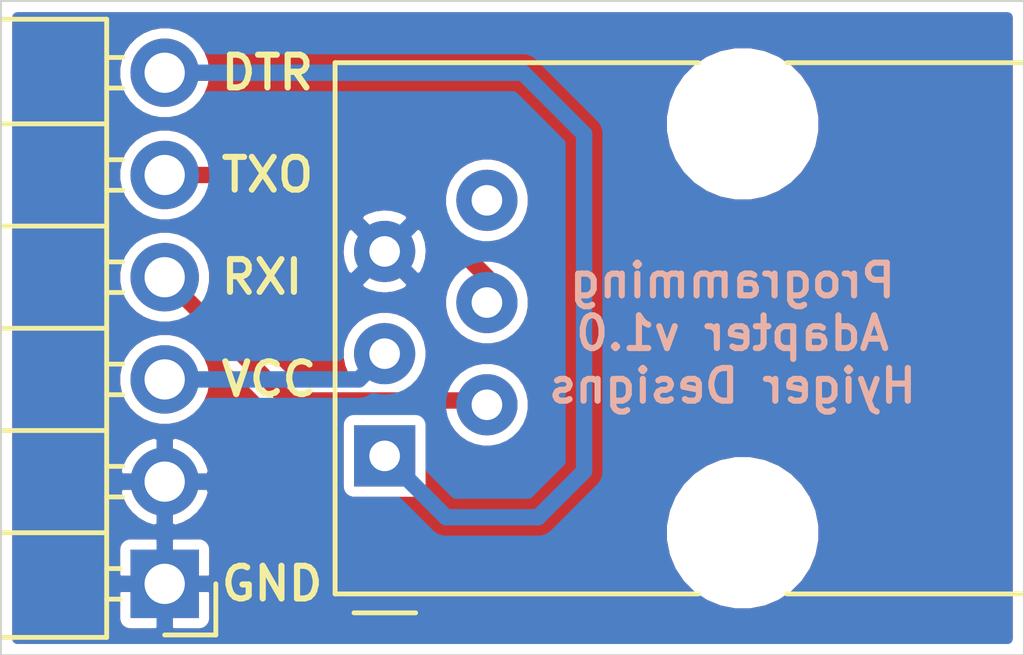
<source format=kicad_pcb>
(kicad_pcb (version 20171130) (host pcbnew "(5.1.12)-1")

  (general
    (thickness 1.6)
    (drawings 10)
    (tracks 14)
    (zones 0)
    (modules 2)
    (nets 7)
  )

  (page A4)
  (layers
    (0 F.Cu signal hide)
    (31 B.Cu signal)
    (36 B.SilkS user)
    (37 F.SilkS user)
    (38 B.Mask user hide)
    (39 F.Mask user hide)
    (44 Edge.Cuts user)
    (45 Margin user)
    (46 B.CrtYd user)
    (47 F.CrtYd user hide)
  )

  (setup
    (last_trace_width 0.25)
    (user_trace_width 0.4064)
    (trace_clearance 0.2)
    (zone_clearance 0.254)
    (zone_45_only no)
    (trace_min 0.2)
    (via_size 0.8)
    (via_drill 0.4)
    (via_min_size 0.4)
    (via_min_drill 0.3)
    (user_via 0.8128 0.4064)
    (uvia_size 0.3)
    (uvia_drill 0.1)
    (uvias_allowed no)
    (uvia_min_size 0.2)
    (uvia_min_drill 0.1)
    (edge_width 0.05)
    (segment_width 0.2)
    (pcb_text_width 0.3)
    (pcb_text_size 1.5 1.5)
    (mod_edge_width 0.12)
    (mod_text_size 1 1)
    (mod_text_width 0.15)
    (pad_size 1.524 1.524)
    (pad_drill 0.762)
    (pad_to_mask_clearance 0)
    (aux_axis_origin 0 0)
    (visible_elements 7FFFFFFF)
    (pcbplotparams
      (layerselection 0x010fc_ffffffff)
      (usegerberextensions false)
      (usegerberattributes true)
      (usegerberadvancedattributes true)
      (creategerberjobfile true)
      (excludeedgelayer true)
      (linewidth 0.100000)
      (plotframeref false)
      (viasonmask false)
      (mode 1)
      (useauxorigin false)
      (hpglpennumber 1)
      (hpglpenspeed 20)
      (hpglpendiameter 15.000000)
      (psnegative false)
      (psa4output false)
      (plotreference true)
      (plotvalue true)
      (plotinvisibletext false)
      (padsonsilk false)
      (subtractmaskfromsilk false)
      (outputformat 1)
      (mirror false)
      (drillshape 1)
      (scaleselection 1)
      (outputdirectory ""))
  )

  (net 0 "")
  (net 1 /DTR)
  (net 2 /TXO)
  (net 3 /RXI)
  (net 4 VCC)
  (net 5 GND)
  (net 6 "Net-(J2-Pad6)")

  (net_class Default "This is the default net class."
    (clearance 0.2)
    (trace_width 0.25)
    (via_dia 0.8)
    (via_drill 0.4)
    (uvia_dia 0.3)
    (uvia_drill 0.1)
    (add_net /DTR)
    (add_net /RXI)
    (add_net /TXO)
    (add_net GND)
    (add_net "Net-(J2-Pad6)")
    (add_net VCC)
  )

  (module Connector_RJ:RJ12_Amphenol_54601 (layer F.Cu) (tedit 5AE2E32D) (tstamp 619BFE6E)
    (at 170.434 81.026 90)
    (descr "RJ12 connector  https://cdn.amphenol-icc.com/media/wysiwyg/files/drawing/c-bmj-0082.pdf")
    (tags "RJ12 connector")
    (path /619B111F)
    (fp_text reference J2 (at -1.67 -2.16 90) (layer F.SilkS) hide
      (effects (font (size 1 1) (thickness 0.15)))
    )
    (fp_text value 6P6C (at 3.54 18.3 90) (layer F.Fab)
      (effects (font (size 1 1) (thickness 0.15)))
    )
    (fp_line (start -3.43 -0.48) (end -3.43 -1.23) (layer F.Fab) (width 0.1))
    (fp_line (start -2.93 0.02) (end -3.43 -0.48) (layer F.Fab) (width 0.1))
    (fp_line (start -3.43 0.52) (end -2.93 0.02) (layer F.Fab) (width 0.1))
    (fp_line (start -3.9 0.77) (end -3.9 -0.76) (layer F.SilkS) (width 0.12))
    (fp_line (start -3.43 7.79) (end -3.43 -1.23) (layer F.SilkS) (width 0.12))
    (fp_line (start -3.43 7.72) (end -3.43 7.79) (layer F.SilkS) (width 0.1))
    (fp_line (start -3.43 16.77) (end -3.43 9.99) (layer F.SilkS) (width 0.12))
    (fp_line (start 9.77 16.77) (end -3.43 16.77) (layer F.SilkS) (width 0.12))
    (fp_line (start 9.77 16.76) (end 9.77 16.77) (layer F.SilkS) (width 0.1))
    (fp_line (start 9.77 16.77) (end 9.77 9.99) (layer F.SilkS) (width 0.12))
    (fp_line (start 9.77 16.65) (end 9.77 16.77) (layer F.SilkS) (width 0.1))
    (fp_line (start 9.77 -1.23) (end 9.77 7.79) (layer F.SilkS) (width 0.12))
    (fp_line (start -3.43 -1.23) (end 9.77 -1.23) (layer F.SilkS) (width 0.12))
    (fp_line (start -4.04 17.27) (end -4.04 -1.73) (layer F.CrtYd) (width 0.05))
    (fp_line (start 10.38 17.27) (end -4.04 17.27) (layer F.CrtYd) (width 0.05))
    (fp_line (start 10.38 -1.73) (end 10.38 17.27) (layer F.CrtYd) (width 0.05))
    (fp_line (start -4.04 -1.73) (end 10.38 -1.73) (layer F.CrtYd) (width 0.05))
    (fp_line (start 9.77 16.77) (end -3.43 16.77) (layer F.Fab) (width 0.1))
    (fp_line (start 9.77 -1.23) (end 9.77 16.77) (layer F.Fab) (width 0.1))
    (fp_line (start -3.43 -1.23) (end 9.77 -1.23) (layer F.Fab) (width 0.1))
    (fp_line (start -3.43 16.77) (end -3.43 0.52) (layer F.Fab) (width 0.1))
    (fp_text user %R (at 3.16 7.76 90) (layer F.Fab)
      (effects (font (size 1 1) (thickness 0.15)))
    )
    (pad 1 thru_hole rect (at 0 0 90) (size 1.52 1.52) (drill 0.76) (layers *.Cu *.Mask)
      (net 1 /DTR))
    (pad "" np_thru_hole circle (at -1.91 8.89 90) (size 3.25 3.25) (drill 3.25) (layers *.Cu *.Mask))
    (pad 2 thru_hole circle (at 1.27 2.54 90) (size 1.52 1.52) (drill 0.76) (layers *.Cu *.Mask)
      (net 3 /RXI))
    (pad 3 thru_hole circle (at 2.54 0 90) (size 1.52 1.52) (drill 0.76) (layers *.Cu *.Mask)
      (net 4 VCC))
    (pad 4 thru_hole circle (at 3.81 2.54 90) (size 1.52 1.52) (drill 0.76) (layers *.Cu *.Mask)
      (net 2 /TXO))
    (pad 5 thru_hole circle (at 5.08 0 90) (size 1.52 1.52) (drill 0.76) (layers *.Cu *.Mask)
      (net 5 GND))
    (pad 6 thru_hole circle (at 6.35 2.54 90) (size 1.52 1.52) (drill 0.76) (layers *.Cu *.Mask)
      (net 6 "Net-(J2-Pad6)"))
    (pad "" np_thru_hole circle (at 8.25 8.89 90) (size 3.25 3.25) (drill 3.25) (layers *.Cu *.Mask))
    (model ${KISYS3DMOD}/Connector_RJ.3dshapes/RJ12_Amphenol_54601.wrl
      (at (xyz 0 0 0))
      (scale (xyz 1 1 1))
      (rotate (xyz 0 0 0))
    )
    (model C:/Users/richa/gitrepo/Celestron-Ethernet/54601906wplf.stp
      (offset (xyz 3.175 -16.764 0))
      (scale (xyz 1 1 1))
      (rotate (xyz -90 0 0))
    )
  )

  (module Connector_PinHeader_2.54mm:PinHeader_1x06_P2.54mm_Horizontal (layer F.Cu) (tedit 59FED5CB) (tstamp 619BFE4C)
    (at 164.973 84.206 180)
    (descr "Through hole angled pin header, 1x06, 2.54mm pitch, 6mm pin length, single row")
    (tags "Through hole angled pin header THT 1x06 2.54mm single row")
    (path /61AF9A7D)
    (fp_text reference J1 (at 4.385 -2.27) (layer F.SilkS) hide
      (effects (font (size 1 1) (thickness 0.15)))
    )
    (fp_text value FTDI (at 4.385 14.97) (layer F.Fab)
      (effects (font (size 1 1) (thickness 0.15)))
    )
    (fp_line (start 2.135 -1.27) (end 4.04 -1.27) (layer F.Fab) (width 0.1))
    (fp_line (start 4.04 -1.27) (end 4.04 13.97) (layer F.Fab) (width 0.1))
    (fp_line (start 4.04 13.97) (end 1.5 13.97) (layer F.Fab) (width 0.1))
    (fp_line (start 1.5 13.97) (end 1.5 -0.635) (layer F.Fab) (width 0.1))
    (fp_line (start 1.5 -0.635) (end 2.135 -1.27) (layer F.Fab) (width 0.1))
    (fp_line (start -0.32 -0.32) (end 1.5 -0.32) (layer F.Fab) (width 0.1))
    (fp_line (start -0.32 -0.32) (end -0.32 0.32) (layer F.Fab) (width 0.1))
    (fp_line (start -0.32 0.32) (end 1.5 0.32) (layer F.Fab) (width 0.1))
    (fp_line (start 4.04 -0.32) (end 10.04 -0.32) (layer F.Fab) (width 0.1))
    (fp_line (start 10.04 -0.32) (end 10.04 0.32) (layer F.Fab) (width 0.1))
    (fp_line (start 4.04 0.32) (end 10.04 0.32) (layer F.Fab) (width 0.1))
    (fp_line (start -0.32 2.22) (end 1.5 2.22) (layer F.Fab) (width 0.1))
    (fp_line (start -0.32 2.22) (end -0.32 2.86) (layer F.Fab) (width 0.1))
    (fp_line (start -0.32 2.86) (end 1.5 2.86) (layer F.Fab) (width 0.1))
    (fp_line (start 4.04 2.22) (end 10.04 2.22) (layer F.Fab) (width 0.1))
    (fp_line (start 10.04 2.22) (end 10.04 2.86) (layer F.Fab) (width 0.1))
    (fp_line (start 4.04 2.86) (end 10.04 2.86) (layer F.Fab) (width 0.1))
    (fp_line (start -0.32 4.76) (end 1.5 4.76) (layer F.Fab) (width 0.1))
    (fp_line (start -0.32 4.76) (end -0.32 5.4) (layer F.Fab) (width 0.1))
    (fp_line (start -0.32 5.4) (end 1.5 5.4) (layer F.Fab) (width 0.1))
    (fp_line (start 4.04 4.76) (end 10.04 4.76) (layer F.Fab) (width 0.1))
    (fp_line (start 10.04 4.76) (end 10.04 5.4) (layer F.Fab) (width 0.1))
    (fp_line (start 4.04 5.4) (end 10.04 5.4) (layer F.Fab) (width 0.1))
    (fp_line (start -0.32 7.3) (end 1.5 7.3) (layer F.Fab) (width 0.1))
    (fp_line (start -0.32 7.3) (end -0.32 7.94) (layer F.Fab) (width 0.1))
    (fp_line (start -0.32 7.94) (end 1.5 7.94) (layer F.Fab) (width 0.1))
    (fp_line (start 4.04 7.3) (end 10.04 7.3) (layer F.Fab) (width 0.1))
    (fp_line (start 10.04 7.3) (end 10.04 7.94) (layer F.Fab) (width 0.1))
    (fp_line (start 4.04 7.94) (end 10.04 7.94) (layer F.Fab) (width 0.1))
    (fp_line (start -0.32 9.84) (end 1.5 9.84) (layer F.Fab) (width 0.1))
    (fp_line (start -0.32 9.84) (end -0.32 10.48) (layer F.Fab) (width 0.1))
    (fp_line (start -0.32 10.48) (end 1.5 10.48) (layer F.Fab) (width 0.1))
    (fp_line (start 4.04 9.84) (end 10.04 9.84) (layer F.Fab) (width 0.1))
    (fp_line (start 10.04 9.84) (end 10.04 10.48) (layer F.Fab) (width 0.1))
    (fp_line (start 4.04 10.48) (end 10.04 10.48) (layer F.Fab) (width 0.1))
    (fp_line (start -0.32 12.38) (end 1.5 12.38) (layer F.Fab) (width 0.1))
    (fp_line (start -0.32 12.38) (end -0.32 13.02) (layer F.Fab) (width 0.1))
    (fp_line (start -0.32 13.02) (end 1.5 13.02) (layer F.Fab) (width 0.1))
    (fp_line (start 4.04 12.38) (end 10.04 12.38) (layer F.Fab) (width 0.1))
    (fp_line (start 10.04 12.38) (end 10.04 13.02) (layer F.Fab) (width 0.1))
    (fp_line (start 4.04 13.02) (end 10.04 13.02) (layer F.Fab) (width 0.1))
    (fp_line (start 1.44 -1.33) (end 1.44 14.03) (layer F.SilkS) (width 0.12))
    (fp_line (start 1.44 14.03) (end 4.1 14.03) (layer F.SilkS) (width 0.12))
    (fp_line (start 4.1 14.03) (end 4.1 -1.33) (layer F.SilkS) (width 0.12))
    (fp_line (start 4.1 -1.33) (end 1.44 -1.33) (layer F.SilkS) (width 0.12))
    (fp_line (start 4.1 -0.38) (end 10.1 -0.38) (layer F.SilkS) (width 0.12))
    (fp_line (start 10.1 -0.38) (end 10.1 0.38) (layer F.SilkS) (width 0.12))
    (fp_line (start 10.1 0.38) (end 4.1 0.38) (layer F.SilkS) (width 0.12))
    (fp_line (start 4.1 -0.32) (end 10.1 -0.32) (layer F.SilkS) (width 0.12))
    (fp_line (start 4.1 -0.2) (end 10.1 -0.2) (layer F.SilkS) (width 0.12))
    (fp_line (start 4.1 -0.08) (end 10.1 -0.08) (layer F.SilkS) (width 0.12))
    (fp_line (start 4.1 0.04) (end 10.1 0.04) (layer F.SilkS) (width 0.12))
    (fp_line (start 4.1 0.16) (end 10.1 0.16) (layer F.SilkS) (width 0.12))
    (fp_line (start 4.1 0.28) (end 10.1 0.28) (layer F.SilkS) (width 0.12))
    (fp_line (start 1.11 -0.38) (end 1.44 -0.38) (layer F.SilkS) (width 0.12))
    (fp_line (start 1.11 0.38) (end 1.44 0.38) (layer F.SilkS) (width 0.12))
    (fp_line (start 1.44 1.27) (end 4.1 1.27) (layer F.SilkS) (width 0.12))
    (fp_line (start 4.1 2.16) (end 10.1 2.16) (layer F.SilkS) (width 0.12))
    (fp_line (start 10.1 2.16) (end 10.1 2.92) (layer F.SilkS) (width 0.12))
    (fp_line (start 10.1 2.92) (end 4.1 2.92) (layer F.SilkS) (width 0.12))
    (fp_line (start 1.042929 2.16) (end 1.44 2.16) (layer F.SilkS) (width 0.12))
    (fp_line (start 1.042929 2.92) (end 1.44 2.92) (layer F.SilkS) (width 0.12))
    (fp_line (start 1.44 3.81) (end 4.1 3.81) (layer F.SilkS) (width 0.12))
    (fp_line (start 4.1 4.7) (end 10.1 4.7) (layer F.SilkS) (width 0.12))
    (fp_line (start 10.1 4.7) (end 10.1 5.46) (layer F.SilkS) (width 0.12))
    (fp_line (start 10.1 5.46) (end 4.1 5.46) (layer F.SilkS) (width 0.12))
    (fp_line (start 1.042929 4.7) (end 1.44 4.7) (layer F.SilkS) (width 0.12))
    (fp_line (start 1.042929 5.46) (end 1.44 5.46) (layer F.SilkS) (width 0.12))
    (fp_line (start 1.44 6.35) (end 4.1 6.35) (layer F.SilkS) (width 0.12))
    (fp_line (start 4.1 7.24) (end 10.1 7.24) (layer F.SilkS) (width 0.12))
    (fp_line (start 10.1 7.24) (end 10.1 8) (layer F.SilkS) (width 0.12))
    (fp_line (start 10.1 8) (end 4.1 8) (layer F.SilkS) (width 0.12))
    (fp_line (start 1.042929 7.24) (end 1.44 7.24) (layer F.SilkS) (width 0.12))
    (fp_line (start 1.042929 8) (end 1.44 8) (layer F.SilkS) (width 0.12))
    (fp_line (start 1.44 8.89) (end 4.1 8.89) (layer F.SilkS) (width 0.12))
    (fp_line (start 4.1 9.78) (end 10.1 9.78) (layer F.SilkS) (width 0.12))
    (fp_line (start 10.1 9.78) (end 10.1 10.54) (layer F.SilkS) (width 0.12))
    (fp_line (start 10.1 10.54) (end 4.1 10.54) (layer F.SilkS) (width 0.12))
    (fp_line (start 1.042929 9.78) (end 1.44 9.78) (layer F.SilkS) (width 0.12))
    (fp_line (start 1.042929 10.54) (end 1.44 10.54) (layer F.SilkS) (width 0.12))
    (fp_line (start 1.44 11.43) (end 4.1 11.43) (layer F.SilkS) (width 0.12))
    (fp_line (start 4.1 12.32) (end 10.1 12.32) (layer F.SilkS) (width 0.12))
    (fp_line (start 10.1 12.32) (end 10.1 13.08) (layer F.SilkS) (width 0.12))
    (fp_line (start 10.1 13.08) (end 4.1 13.08) (layer F.SilkS) (width 0.12))
    (fp_line (start 1.042929 12.32) (end 1.44 12.32) (layer F.SilkS) (width 0.12))
    (fp_line (start 1.042929 13.08) (end 1.44 13.08) (layer F.SilkS) (width 0.12))
    (fp_line (start -1.27 0) (end -1.27 -1.27) (layer F.SilkS) (width 0.12))
    (fp_line (start -1.27 -1.27) (end 0 -1.27) (layer F.SilkS) (width 0.12))
    (fp_line (start -1.8 -1.8) (end -1.8 14.5) (layer F.CrtYd) (width 0.05))
    (fp_line (start -1.8 14.5) (end 10.55 14.5) (layer F.CrtYd) (width 0.05))
    (fp_line (start 10.55 14.5) (end 10.55 -1.8) (layer F.CrtYd) (width 0.05))
    (fp_line (start 10.55 -1.8) (end -1.8 -1.8) (layer F.CrtYd) (width 0.05))
    (fp_text user %R (at 2.77 6.35 90) (layer F.Fab)
      (effects (font (size 1 1) (thickness 0.15)))
    )
    (pad 6 thru_hole oval (at 0 12.7 180) (size 1.7 1.7) (drill 1) (layers *.Cu *.Mask)
      (net 1 /DTR))
    (pad 5 thru_hole oval (at 0 10.16 180) (size 1.7 1.7) (drill 1) (layers *.Cu *.Mask)
      (net 2 /TXO))
    (pad 4 thru_hole oval (at 0 7.62 180) (size 1.7 1.7) (drill 1) (layers *.Cu *.Mask)
      (net 3 /RXI))
    (pad 3 thru_hole oval (at 0 5.08 180) (size 1.7 1.7) (drill 1) (layers *.Cu *.Mask)
      (net 4 VCC))
    (pad 2 thru_hole oval (at 0 2.54 180) (size 1.7 1.7) (drill 1) (layers *.Cu *.Mask)
      (net 5 GND))
    (pad 1 thru_hole rect (at 0 0 180) (size 1.7 1.7) (drill 1) (layers *.Cu *.Mask)
      (net 5 GND))
    (model ${KISYS3DMOD}/Connector_PinHeader_2.54mm.3dshapes/PinHeader_1x06_P2.54mm_Horizontal.wrl
      (at (xyz 0 0 0))
      (scale (xyz 1 1 1))
      (rotate (xyz 0 0 0))
    )
  )

  (gr_text "Programming\nAdapter v1.0\nHyiger Designs" (at 179.07 77.978) (layer B.SilkS)
    (effects (font (size 0.8128 0.8128) (thickness 0.1524)) (justify mirror))
  )
  (gr_text GND (at 167.64 84.201) (layer F.SilkS) (tstamp 619C14A7)
    (effects (font (size 0.8128 0.8128) (thickness 0.1524)))
  )
  (gr_text VCC (at 167.562591 79.121) (layer F.SilkS) (tstamp 619C0E26)
    (effects (font (size 0.8128 0.8128) (thickness 0.1524)))
  )
  (gr_text RXI (at 167.388419 76.581) (layer F.SilkS) (tstamp 619C0E26)
    (effects (font (size 0.8128 0.8128) (thickness 0.1524)))
  )
  (gr_text TXO (at 167.523886 74.041) (layer F.SilkS) (tstamp 619C0A3A)
    (effects (font (size 0.8128 0.8128) (thickness 0.1524)))
  )
  (gr_text DTR (at 167.523886 71.501) (layer F.SilkS)
    (effects (font (size 0.8128 0.8128) (thickness 0.1524)))
  )
  (gr_line (start 160.909 85.979) (end 160.909 69.723) (layer Edge.Cuts) (width 0.05) (tstamp 619C0597))
  (gr_line (start 186.309 85.979) (end 160.909 85.979) (layer Edge.Cuts) (width 0.05))
  (gr_line (start 186.309 69.723) (end 186.309 85.979) (layer Edge.Cuts) (width 0.05))
  (gr_line (start 160.909 69.723) (end 186.309 69.723) (layer Edge.Cuts) (width 0.05))

  (segment (start 171.958 82.55) (end 170.434 81.026) (width 0.4064) (layer B.Cu) (net 1) (status 20))
  (segment (start 174.244 82.55) (end 171.958 82.55) (width 0.4064) (layer B.Cu) (net 1))
  (segment (start 175.387 81.407) (end 174.244 82.55) (width 0.4064) (layer B.Cu) (net 1))
  (segment (start 175.387 73.025) (end 175.387 81.407) (width 0.4064) (layer B.Cu) (net 1))
  (segment (start 173.868 71.506) (end 175.387 73.025) (width 0.4064) (layer B.Cu) (net 1))
  (segment (start 164.973 71.506) (end 173.868 71.506) (width 0.4064) (layer B.Cu) (net 1) (status 10))
  (segment (start 172.974 76.581) (end 172.974 77.216) (width 0.4064) (layer F.Cu) (net 2) (status 30))
  (segment (start 170.439 74.046) (end 172.974 76.581) (width 0.4064) (layer F.Cu) (net 2) (status 20))
  (segment (start 164.973 74.046) (end 170.439 74.046) (width 0.4064) (layer F.Cu) (net 2) (status 10))
  (segment (start 172.867201 79.649201) (end 172.974 79.756) (width 0.4064) (layer F.Cu) (net 3) (status 30))
  (segment (start 168.036201 79.649201) (end 172.867201 79.649201) (width 0.4064) (layer F.Cu) (net 3) (status 20))
  (segment (start 164.973 76.586) (end 168.036201 79.649201) (width 0.4064) (layer F.Cu) (net 3) (status 10))
  (segment (start 169.794 79.126) (end 170.434 78.486) (width 0.4064) (layer B.Cu) (net 4) (status 20))
  (segment (start 164.973 79.126) (end 169.794 79.126) (width 0.4064) (layer B.Cu) (net 4) (status 10))

  (zone (net 5) (net_name GND) (layer B.Cu) (tstamp 0) (hatch edge 0.508)
    (connect_pads (clearance 0.254))
    (min_thickness 0.254)
    (fill yes (arc_segments 32) (thermal_gap 0.254) (thermal_bridge_width 0.4064))
    (polygon
      (pts
        (xy 186.309 85.979) (xy 160.909 85.979) (xy 160.909 69.723) (xy 186.309 69.723)
      )
    )
    (filled_polygon
      (pts
        (xy 185.903001 85.573) (xy 161.315 85.573) (xy 161.315 85.056) (xy 163.740157 85.056) (xy 163.747513 85.130689)
        (xy 163.769299 85.202508) (xy 163.804678 85.268696) (xy 163.852289 85.326711) (xy 163.910304 85.374322) (xy 163.976492 85.409701)
        (xy 164.048311 85.431487) (xy 164.123 85.438843) (xy 164.80155 85.437) (xy 164.8968 85.34175) (xy 164.8968 84.2822)
        (xy 165.0492 84.2822) (xy 165.0492 85.34175) (xy 165.14445 85.437) (xy 165.823 85.438843) (xy 165.897689 85.431487)
        (xy 165.969508 85.409701) (xy 166.035696 85.374322) (xy 166.093711 85.326711) (xy 166.141322 85.268696) (xy 166.176701 85.202508)
        (xy 166.198487 85.130689) (xy 166.205843 85.056) (xy 166.204 84.37745) (xy 166.10875 84.2822) (xy 165.0492 84.2822)
        (xy 164.8968 84.2822) (xy 163.83725 84.2822) (xy 163.742 84.37745) (xy 163.740157 85.056) (xy 161.315 85.056)
        (xy 161.315 83.356) (xy 163.740157 83.356) (xy 163.742 84.03455) (xy 163.83725 84.1298) (xy 164.8968 84.1298)
        (xy 164.8968 83.07025) (xy 165.0492 83.07025) (xy 165.0492 84.1298) (xy 166.10875 84.1298) (xy 166.204 84.03455)
        (xy 166.205843 83.356) (xy 166.198487 83.281311) (xy 166.176701 83.209492) (xy 166.141322 83.143304) (xy 166.093711 83.085289)
        (xy 166.035696 83.037678) (xy 165.969508 83.002299) (xy 165.897689 82.980513) (xy 165.823 82.973157) (xy 165.14445 82.975)
        (xy 165.0492 83.07025) (xy 164.8968 83.07025) (xy 164.80155 82.975) (xy 164.123 82.973157) (xy 164.048311 82.980513)
        (xy 163.976492 83.002299) (xy 163.910304 83.037678) (xy 163.852289 83.085289) (xy 163.804678 83.143304) (xy 163.769299 83.209492)
        (xy 163.747513 83.281311) (xy 163.740157 83.356) (xy 161.315 83.356) (xy 161.315 81.933463) (xy 163.771408 81.933463)
        (xy 163.825314 82.111182) (xy 163.934217 82.32653) (xy 164.08304 82.516495) (xy 164.266064 82.673776) (xy 164.476255 82.792328)
        (xy 164.705536 82.867596) (xy 164.8968 82.799393) (xy 164.8968 81.7422) (xy 165.0492 81.7422) (xy 165.0492 82.799393)
        (xy 165.240464 82.867596) (xy 165.469745 82.792328) (xy 165.679936 82.673776) (xy 165.86296 82.516495) (xy 166.011783 82.32653)
        (xy 166.120686 82.111182) (xy 166.174592 81.933463) (xy 166.106191 81.7422) (xy 165.0492 81.7422) (xy 164.8968 81.7422)
        (xy 163.839809 81.7422) (xy 163.771408 81.933463) (xy 161.315 81.933463) (xy 161.315 81.398537) (xy 163.771408 81.398537)
        (xy 163.839809 81.5898) (xy 164.8968 81.5898) (xy 164.8968 80.532607) (xy 165.0492 80.532607) (xy 165.0492 81.5898)
        (xy 166.106191 81.5898) (xy 166.174592 81.398537) (xy 166.120686 81.220818) (xy 166.011783 81.00547) (xy 165.86296 80.815505)
        (xy 165.679936 80.658224) (xy 165.469745 80.539672) (xy 165.240464 80.464404) (xy 165.0492 80.532607) (xy 164.8968 80.532607)
        (xy 164.705536 80.464404) (xy 164.476255 80.539672) (xy 164.266064 80.658224) (xy 164.08304 80.815505) (xy 163.934217 81.00547)
        (xy 163.825314 81.220818) (xy 163.771408 81.398537) (xy 161.315 81.398537) (xy 161.315 79.004757) (xy 163.742 79.004757)
        (xy 163.742 79.247243) (xy 163.789307 79.485069) (xy 163.882102 79.709097) (xy 164.01682 79.910717) (xy 164.188283 80.08218)
        (xy 164.389903 80.216898) (xy 164.613931 80.309693) (xy 164.851757 80.357) (xy 165.094243 80.357) (xy 165.332069 80.309693)
        (xy 165.556097 80.216898) (xy 165.757717 80.08218) (xy 165.92918 79.910717) (xy 166.063161 79.7102) (xy 169.765316 79.7102)
        (xy 169.794 79.713025) (xy 169.822684 79.7102) (xy 169.822692 79.7102) (xy 169.908523 79.701746) (xy 170.018645 79.668341)
        (xy 170.064892 79.643621) (xy 171.833 79.643621) (xy 171.833 79.868379) (xy 171.876848 80.088817) (xy 171.962859 80.296466)
        (xy 172.087727 80.483345) (xy 172.246655 80.642273) (xy 172.433534 80.767141) (xy 172.641183 80.853152) (xy 172.861621 80.897)
        (xy 173.086379 80.897) (xy 173.306817 80.853152) (xy 173.514466 80.767141) (xy 173.701345 80.642273) (xy 173.860273 80.483345)
        (xy 173.985141 80.296466) (xy 174.071152 80.088817) (xy 174.115 79.868379) (xy 174.115 79.643621) (xy 174.071152 79.423183)
        (xy 173.985141 79.215534) (xy 173.860273 79.028655) (xy 173.701345 78.869727) (xy 173.514466 78.744859) (xy 173.306817 78.658848)
        (xy 173.086379 78.615) (xy 172.861621 78.615) (xy 172.641183 78.658848) (xy 172.433534 78.744859) (xy 172.246655 78.869727)
        (xy 172.087727 79.028655) (xy 171.962859 79.215534) (xy 171.876848 79.423183) (xy 171.833 79.643621) (xy 170.064892 79.643621)
        (xy 170.120134 79.614094) (xy 170.146784 79.592223) (xy 170.321621 79.627) (xy 170.546379 79.627) (xy 170.766817 79.583152)
        (xy 170.974466 79.497141) (xy 171.161345 79.372273) (xy 171.320273 79.213345) (xy 171.445141 79.026466) (xy 171.531152 78.818817)
        (xy 171.575 78.598379) (xy 171.575 78.373621) (xy 171.531152 78.153183) (xy 171.445141 77.945534) (xy 171.320273 77.758655)
        (xy 171.161345 77.599727) (xy 170.974466 77.474859) (xy 170.766817 77.388848) (xy 170.546379 77.345) (xy 170.321621 77.345)
        (xy 170.101183 77.388848) (xy 169.893534 77.474859) (xy 169.706655 77.599727) (xy 169.547727 77.758655) (xy 169.422859 77.945534)
        (xy 169.336848 78.153183) (xy 169.293 78.373621) (xy 169.293 78.5418) (xy 166.063161 78.5418) (xy 165.92918 78.341283)
        (xy 165.757717 78.16982) (xy 165.556097 78.035102) (xy 165.332069 77.942307) (xy 165.094243 77.895) (xy 164.851757 77.895)
        (xy 164.613931 77.942307) (xy 164.389903 78.035102) (xy 164.188283 78.16982) (xy 164.01682 78.341283) (xy 163.882102 78.542903)
        (xy 163.789307 78.766931) (xy 163.742 79.004757) (xy 161.315 79.004757) (xy 161.315 76.464757) (xy 163.742 76.464757)
        (xy 163.742 76.707243) (xy 163.789307 76.945069) (xy 163.882102 77.169097) (xy 164.01682 77.370717) (xy 164.188283 77.54218)
        (xy 164.389903 77.676898) (xy 164.613931 77.769693) (xy 164.851757 77.817) (xy 165.094243 77.817) (xy 165.332069 77.769693)
        (xy 165.556097 77.676898) (xy 165.757717 77.54218) (xy 165.92918 77.370717) (xy 166.063898 77.169097) (xy 166.091018 77.103621)
        (xy 171.833 77.103621) (xy 171.833 77.328379) (xy 171.876848 77.548817) (xy 171.962859 77.756466) (xy 172.087727 77.943345)
        (xy 172.246655 78.102273) (xy 172.433534 78.227141) (xy 172.641183 78.313152) (xy 172.861621 78.357) (xy 173.086379 78.357)
        (xy 173.306817 78.313152) (xy 173.514466 78.227141) (xy 173.701345 78.102273) (xy 173.860273 77.943345) (xy 173.985141 77.756466)
        (xy 174.071152 77.548817) (xy 174.115 77.328379) (xy 174.115 77.103621) (xy 174.071152 76.883183) (xy 173.985141 76.675534)
        (xy 173.860273 76.488655) (xy 173.701345 76.329727) (xy 173.514466 76.204859) (xy 173.306817 76.118848) (xy 173.086379 76.075)
        (xy 172.861621 76.075) (xy 172.641183 76.118848) (xy 172.433534 76.204859) (xy 172.246655 76.329727) (xy 172.087727 76.488655)
        (xy 171.962859 76.675534) (xy 171.876848 76.883183) (xy 171.833 77.103621) (xy 166.091018 77.103621) (xy 166.156693 76.945069)
        (xy 166.197228 76.741287) (xy 169.746476 76.741287) (xy 169.823229 76.916293) (xy 170.02426 77.016804) (xy 170.241037 77.076165)
        (xy 170.465229 77.092095) (xy 170.688221 77.06398) (xy 170.901444 76.992902) (xy 171.044771 76.916293) (xy 171.121524 76.741287)
        (xy 170.434 76.053763) (xy 169.746476 76.741287) (xy 166.197228 76.741287) (xy 166.204 76.707243) (xy 166.204 76.464757)
        (xy 166.156693 76.226931) (xy 166.063898 76.002903) (xy 166.046744 75.977229) (xy 169.287905 75.977229) (xy 169.31602 76.200221)
        (xy 169.387098 76.413444) (xy 169.463707 76.556771) (xy 169.638713 76.633524) (xy 170.326237 75.946) (xy 170.541763 75.946)
        (xy 171.229287 76.633524) (xy 171.404293 76.556771) (xy 171.504804 76.35574) (xy 171.564165 76.138963) (xy 171.580095 75.914771)
        (xy 171.55198 75.691779) (xy 171.480902 75.478556) (xy 171.404293 75.335229) (xy 171.229287 75.258476) (xy 170.541763 75.946)
        (xy 170.326237 75.946) (xy 169.638713 75.258476) (xy 169.463707 75.335229) (xy 169.363196 75.53626) (xy 169.303835 75.753037)
        (xy 169.287905 75.977229) (xy 166.046744 75.977229) (xy 165.92918 75.801283) (xy 165.757717 75.62982) (xy 165.556097 75.495102)
        (xy 165.332069 75.402307) (xy 165.094243 75.355) (xy 164.851757 75.355) (xy 164.613931 75.402307) (xy 164.389903 75.495102)
        (xy 164.188283 75.62982) (xy 164.01682 75.801283) (xy 163.882102 76.002903) (xy 163.789307 76.226931) (xy 163.742 76.464757)
        (xy 161.315 76.464757) (xy 161.315 73.924757) (xy 163.742 73.924757) (xy 163.742 74.167243) (xy 163.789307 74.405069)
        (xy 163.882102 74.629097) (xy 164.01682 74.830717) (xy 164.188283 75.00218) (xy 164.389903 75.136898) (xy 164.613931 75.229693)
        (xy 164.851757 75.277) (xy 165.094243 75.277) (xy 165.332069 75.229693) (xy 165.522744 75.150713) (xy 169.746476 75.150713)
        (xy 170.434 75.838237) (xy 171.121524 75.150713) (xy 171.044771 74.975707) (xy 170.84374 74.875196) (xy 170.626963 74.815835)
        (xy 170.402771 74.799905) (xy 170.179779 74.82802) (xy 169.966556 74.899098) (xy 169.823229 74.975707) (xy 169.746476 75.150713)
        (xy 165.522744 75.150713) (xy 165.556097 75.136898) (xy 165.757717 75.00218) (xy 165.92918 74.830717) (xy 166.063898 74.629097)
        (xy 166.091018 74.563621) (xy 171.833 74.563621) (xy 171.833 74.788379) (xy 171.876848 75.008817) (xy 171.962859 75.216466)
        (xy 172.087727 75.403345) (xy 172.246655 75.562273) (xy 172.433534 75.687141) (xy 172.641183 75.773152) (xy 172.861621 75.817)
        (xy 173.086379 75.817) (xy 173.306817 75.773152) (xy 173.514466 75.687141) (xy 173.701345 75.562273) (xy 173.860273 75.403345)
        (xy 173.985141 75.216466) (xy 174.071152 75.008817) (xy 174.115 74.788379) (xy 174.115 74.563621) (xy 174.071152 74.343183)
        (xy 173.985141 74.135534) (xy 173.860273 73.948655) (xy 173.701345 73.789727) (xy 173.514466 73.664859) (xy 173.306817 73.578848)
        (xy 173.086379 73.535) (xy 172.861621 73.535) (xy 172.641183 73.578848) (xy 172.433534 73.664859) (xy 172.246655 73.789727)
        (xy 172.087727 73.948655) (xy 171.962859 74.135534) (xy 171.876848 74.343183) (xy 171.833 74.563621) (xy 166.091018 74.563621)
        (xy 166.156693 74.405069) (xy 166.204 74.167243) (xy 166.204 73.924757) (xy 166.156693 73.686931) (xy 166.063898 73.462903)
        (xy 165.92918 73.261283) (xy 165.757717 73.08982) (xy 165.556097 72.955102) (xy 165.332069 72.862307) (xy 165.094243 72.815)
        (xy 164.851757 72.815) (xy 164.613931 72.862307) (xy 164.389903 72.955102) (xy 164.188283 73.08982) (xy 164.01682 73.261283)
        (xy 163.882102 73.462903) (xy 163.789307 73.686931) (xy 163.742 73.924757) (xy 161.315 73.924757) (xy 161.315 71.384757)
        (xy 163.742 71.384757) (xy 163.742 71.627243) (xy 163.789307 71.865069) (xy 163.882102 72.089097) (xy 164.01682 72.290717)
        (xy 164.188283 72.46218) (xy 164.389903 72.596898) (xy 164.613931 72.689693) (xy 164.851757 72.737) (xy 165.094243 72.737)
        (xy 165.332069 72.689693) (xy 165.556097 72.596898) (xy 165.757717 72.46218) (xy 165.92918 72.290717) (xy 166.063161 72.0902)
        (xy 173.626017 72.0902) (xy 174.8028 73.266983) (xy 174.802801 81.165015) (xy 174.002017 81.9658) (xy 172.199983 81.9658)
        (xy 171.576843 81.34266) (xy 171.576843 80.266) (xy 171.569487 80.191311) (xy 171.547701 80.119492) (xy 171.512322 80.053304)
        (xy 171.464711 79.995289) (xy 171.406696 79.947678) (xy 171.340508 79.912299) (xy 171.268689 79.890513) (xy 171.194 79.883157)
        (xy 169.674 79.883157) (xy 169.599311 79.890513) (xy 169.527492 79.912299) (xy 169.461304 79.947678) (xy 169.403289 79.995289)
        (xy 169.355678 80.053304) (xy 169.320299 80.119492) (xy 169.298513 80.191311) (xy 169.291157 80.266) (xy 169.291157 81.786)
        (xy 169.298513 81.860689) (xy 169.320299 81.932508) (xy 169.355678 81.998696) (xy 169.403289 82.056711) (xy 169.461304 82.104322)
        (xy 169.527492 82.139701) (xy 169.599311 82.161487) (xy 169.674 82.168843) (xy 170.75066 82.168843) (xy 171.524618 82.942801)
        (xy 171.54291 82.96509) (xy 171.631866 83.038094) (xy 171.733355 83.092341) (xy 171.843477 83.125746) (xy 171.929308 83.1342)
        (xy 171.929317 83.1342) (xy 171.957999 83.137025) (xy 171.986681 83.1342) (xy 174.215316 83.1342) (xy 174.244 83.137025)
        (xy 174.272684 83.1342) (xy 174.272692 83.1342) (xy 174.358523 83.125746) (xy 174.468645 83.092341) (xy 174.570134 83.038094)
        (xy 174.65909 82.96509) (xy 174.677382 82.942801) (xy 174.881757 82.738426) (xy 177.318 82.738426) (xy 177.318 83.133574)
        (xy 177.39509 83.521129) (xy 177.546306 83.886197) (xy 177.765838 84.21475) (xy 178.04525 84.494162) (xy 178.373803 84.713694)
        (xy 178.738871 84.86491) (xy 179.126426 84.942) (xy 179.521574 84.942) (xy 179.909129 84.86491) (xy 180.274197 84.713694)
        (xy 180.60275 84.494162) (xy 180.882162 84.21475) (xy 181.101694 83.886197) (xy 181.25291 83.521129) (xy 181.33 83.133574)
        (xy 181.33 82.738426) (xy 181.25291 82.350871) (xy 181.101694 81.985803) (xy 180.882162 81.65725) (xy 180.60275 81.377838)
        (xy 180.274197 81.158306) (xy 179.909129 81.00709) (xy 179.521574 80.93) (xy 179.126426 80.93) (xy 178.738871 81.00709)
        (xy 178.373803 81.158306) (xy 178.04525 81.377838) (xy 177.765838 81.65725) (xy 177.546306 81.985803) (xy 177.39509 82.350871)
        (xy 177.318 82.738426) (xy 174.881757 82.738426) (xy 175.779806 81.840378) (xy 175.80209 81.82209) (xy 175.875094 81.733134)
        (xy 175.929341 81.631645) (xy 175.962746 81.521523) (xy 175.9712 81.435692) (xy 175.9712 81.435685) (xy 175.974025 81.407001)
        (xy 175.9712 81.378317) (xy 175.9712 73.053681) (xy 175.974025 73.024999) (xy 175.9712 72.996317) (xy 175.9712 72.996308)
        (xy 175.962746 72.910477) (xy 175.929341 72.800355) (xy 175.875094 72.698866) (xy 175.80209 72.60991) (xy 175.779802 72.591619)
        (xy 175.766609 72.578426) (xy 177.318 72.578426) (xy 177.318 72.973574) (xy 177.39509 73.361129) (xy 177.546306 73.726197)
        (xy 177.765838 74.05475) (xy 178.04525 74.334162) (xy 178.373803 74.553694) (xy 178.738871 74.70491) (xy 179.126426 74.782)
        (xy 179.521574 74.782) (xy 179.909129 74.70491) (xy 180.274197 74.553694) (xy 180.60275 74.334162) (xy 180.882162 74.05475)
        (xy 181.101694 73.726197) (xy 181.25291 73.361129) (xy 181.33 72.973574) (xy 181.33 72.578426) (xy 181.25291 72.190871)
        (xy 181.101694 71.825803) (xy 180.882162 71.49725) (xy 180.60275 71.217838) (xy 180.274197 70.998306) (xy 179.909129 70.84709)
        (xy 179.521574 70.77) (xy 179.126426 70.77) (xy 178.738871 70.84709) (xy 178.373803 70.998306) (xy 178.04525 71.217838)
        (xy 177.765838 71.49725) (xy 177.546306 71.825803) (xy 177.39509 72.190871) (xy 177.318 72.578426) (xy 175.766609 72.578426)
        (xy 174.301382 71.113199) (xy 174.28309 71.09091) (xy 174.194134 71.017906) (xy 174.092645 70.963659) (xy 173.982523 70.930254)
        (xy 173.896692 70.9218) (xy 173.896684 70.9218) (xy 173.868 70.918975) (xy 173.839316 70.9218) (xy 166.063161 70.9218)
        (xy 165.92918 70.721283) (xy 165.757717 70.54982) (xy 165.556097 70.415102) (xy 165.332069 70.322307) (xy 165.094243 70.275)
        (xy 164.851757 70.275) (xy 164.613931 70.322307) (xy 164.389903 70.415102) (xy 164.188283 70.54982) (xy 164.01682 70.721283)
        (xy 163.882102 70.922903) (xy 163.789307 71.146931) (xy 163.742 71.384757) (xy 161.315 71.384757) (xy 161.315 70.129)
        (xy 185.903 70.129)
      )
    )
  )
  (zone (net 5) (net_name GND) (layer F.Cu) (tstamp 0) (hatch edge 0.508)
    (connect_pads (clearance 0.254))
    (min_thickness 0.254)
    (fill yes (arc_segments 32) (thermal_gap 0.254) (thermal_bridge_width 0.4064))
    (polygon
      (pts
        (xy 186.309 85.979) (xy 160.909 85.979) (xy 160.909 69.723) (xy 186.309 69.723)
      )
    )
    (filled_polygon
      (pts
        (xy 185.903001 85.573) (xy 161.315 85.573) (xy 161.315 85.056) (xy 163.740157 85.056) (xy 163.747513 85.130689)
        (xy 163.769299 85.202508) (xy 163.804678 85.268696) (xy 163.852289 85.326711) (xy 163.910304 85.374322) (xy 163.976492 85.409701)
        (xy 164.048311 85.431487) (xy 164.123 85.438843) (xy 164.80155 85.437) (xy 164.8968 85.34175) (xy 164.8968 84.2822)
        (xy 165.0492 84.2822) (xy 165.0492 85.34175) (xy 165.14445 85.437) (xy 165.823 85.438843) (xy 165.897689 85.431487)
        (xy 165.969508 85.409701) (xy 166.035696 85.374322) (xy 166.093711 85.326711) (xy 166.141322 85.268696) (xy 166.176701 85.202508)
        (xy 166.198487 85.130689) (xy 166.205843 85.056) (xy 166.204 84.37745) (xy 166.10875 84.2822) (xy 165.0492 84.2822)
        (xy 164.8968 84.2822) (xy 163.83725 84.2822) (xy 163.742 84.37745) (xy 163.740157 85.056) (xy 161.315 85.056)
        (xy 161.315 83.356) (xy 163.740157 83.356) (xy 163.742 84.03455) (xy 163.83725 84.1298) (xy 164.8968 84.1298)
        (xy 164.8968 83.07025) (xy 165.0492 83.07025) (xy 165.0492 84.1298) (xy 166.10875 84.1298) (xy 166.204 84.03455)
        (xy 166.205843 83.356) (xy 166.198487 83.281311) (xy 166.176701 83.209492) (xy 166.141322 83.143304) (xy 166.093711 83.085289)
        (xy 166.035696 83.037678) (xy 165.969508 83.002299) (xy 165.897689 82.980513) (xy 165.823 82.973157) (xy 165.14445 82.975)
        (xy 165.0492 83.07025) (xy 164.8968 83.07025) (xy 164.80155 82.975) (xy 164.123 82.973157) (xy 164.048311 82.980513)
        (xy 163.976492 83.002299) (xy 163.910304 83.037678) (xy 163.852289 83.085289) (xy 163.804678 83.143304) (xy 163.769299 83.209492)
        (xy 163.747513 83.281311) (xy 163.740157 83.356) (xy 161.315 83.356) (xy 161.315 81.933463) (xy 163.771408 81.933463)
        (xy 163.825314 82.111182) (xy 163.934217 82.32653) (xy 164.08304 82.516495) (xy 164.266064 82.673776) (xy 164.476255 82.792328)
        (xy 164.705536 82.867596) (xy 164.8968 82.799393) (xy 164.8968 81.7422) (xy 165.0492 81.7422) (xy 165.0492 82.799393)
        (xy 165.240464 82.867596) (xy 165.469745 82.792328) (xy 165.565312 82.738426) (xy 177.318 82.738426) (xy 177.318 83.133574)
        (xy 177.39509 83.521129) (xy 177.546306 83.886197) (xy 177.765838 84.21475) (xy 178.04525 84.494162) (xy 178.373803 84.713694)
        (xy 178.738871 84.86491) (xy 179.126426 84.942) (xy 179.521574 84.942) (xy 179.909129 84.86491) (xy 180.274197 84.713694)
        (xy 180.60275 84.494162) (xy 180.882162 84.21475) (xy 181.101694 83.886197) (xy 181.25291 83.521129) (xy 181.33 83.133574)
        (xy 181.33 82.738426) (xy 181.25291 82.350871) (xy 181.101694 81.985803) (xy 180.882162 81.65725) (xy 180.60275 81.377838)
        (xy 180.274197 81.158306) (xy 179.909129 81.00709) (xy 179.521574 80.93) (xy 179.126426 80.93) (xy 178.738871 81.00709)
        (xy 178.373803 81.158306) (xy 178.04525 81.377838) (xy 177.765838 81.65725) (xy 177.546306 81.985803) (xy 177.39509 82.350871)
        (xy 177.318 82.738426) (xy 165.565312 82.738426) (xy 165.679936 82.673776) (xy 165.86296 82.516495) (xy 166.011783 82.32653)
        (xy 166.120686 82.111182) (xy 166.174592 81.933463) (xy 166.106191 81.7422) (xy 165.0492 81.7422) (xy 164.8968 81.7422)
        (xy 163.839809 81.7422) (xy 163.771408 81.933463) (xy 161.315 81.933463) (xy 161.315 81.398537) (xy 163.771408 81.398537)
        (xy 163.839809 81.5898) (xy 164.8968 81.5898) (xy 164.8968 80.532607) (xy 165.0492 80.532607) (xy 165.0492 81.5898)
        (xy 166.106191 81.5898) (xy 166.174592 81.398537) (xy 166.120686 81.220818) (xy 166.011783 81.00547) (xy 165.86296 80.815505)
        (xy 165.679936 80.658224) (xy 165.469745 80.539672) (xy 165.240464 80.464404) (xy 165.0492 80.532607) (xy 164.8968 80.532607)
        (xy 164.705536 80.464404) (xy 164.476255 80.539672) (xy 164.266064 80.658224) (xy 164.08304 80.815505) (xy 163.934217 81.00547)
        (xy 163.825314 81.220818) (xy 163.771408 81.398537) (xy 161.315 81.398537) (xy 161.315 76.464757) (xy 163.742 76.464757)
        (xy 163.742 76.707243) (xy 163.789307 76.945069) (xy 163.882102 77.169097) (xy 164.01682 77.370717) (xy 164.188283 77.54218)
        (xy 164.389903 77.676898) (xy 164.613931 77.769693) (xy 164.851757 77.817) (xy 165.094243 77.817) (xy 165.330769 77.769952)
        (xy 165.676107 78.11529) (xy 165.556097 78.035102) (xy 165.332069 77.942307) (xy 165.094243 77.895) (xy 164.851757 77.895)
        (xy 164.613931 77.942307) (xy 164.389903 78.035102) (xy 164.188283 78.16982) (xy 164.01682 78.341283) (xy 163.882102 78.542903)
        (xy 163.789307 78.766931) (xy 163.742 79.004757) (xy 163.742 79.247243) (xy 163.789307 79.485069) (xy 163.882102 79.709097)
        (xy 164.01682 79.910717) (xy 164.188283 80.08218) (xy 164.389903 80.216898) (xy 164.613931 80.309693) (xy 164.851757 80.357)
        (xy 165.094243 80.357) (xy 165.332069 80.309693) (xy 165.556097 80.216898) (xy 165.757717 80.08218) (xy 165.92918 79.910717)
        (xy 166.063898 79.709097) (xy 166.156693 79.485069) (xy 166.204 79.247243) (xy 166.204 79.004757) (xy 166.156693 78.766931)
        (xy 166.063898 78.542903) (xy 165.98371 78.422893) (xy 167.602819 80.042002) (xy 167.621111 80.064291) (xy 167.710067 80.137295)
        (xy 167.811556 80.191542) (xy 167.921678 80.224947) (xy 168.007509 80.233401) (xy 168.007518 80.233401) (xy 168.0362 80.236226)
        (xy 168.064882 80.233401) (xy 169.294368 80.233401) (xy 169.291157 80.266) (xy 169.291157 81.786) (xy 169.298513 81.860689)
        (xy 169.320299 81.932508) (xy 169.355678 81.998696) (xy 169.403289 82.056711) (xy 169.461304 82.104322) (xy 169.527492 82.139701)
        (xy 169.599311 82.161487) (xy 169.674 82.168843) (xy 171.194 82.168843) (xy 171.268689 82.161487) (xy 171.340508 82.139701)
        (xy 171.406696 82.104322) (xy 171.464711 82.056711) (xy 171.512322 81.998696) (xy 171.547701 81.932508) (xy 171.569487 81.860689)
        (xy 171.576843 81.786) (xy 171.576843 80.266) (xy 171.573632 80.233401) (xy 171.936737 80.233401) (xy 171.962859 80.296466)
        (xy 172.087727 80.483345) (xy 172.246655 80.642273) (xy 172.433534 80.767141) (xy 172.641183 80.853152) (xy 172.861621 80.897)
        (xy 173.086379 80.897) (xy 173.306817 80.853152) (xy 173.514466 80.767141) (xy 173.701345 80.642273) (xy 173.860273 80.483345)
        (xy 173.985141 80.296466) (xy 174.071152 80.088817) (xy 174.115 79.868379) (xy 174.115 79.643621) (xy 174.071152 79.423183)
        (xy 173.985141 79.215534) (xy 173.860273 79.028655) (xy 173.701345 78.869727) (xy 173.514466 78.744859) (xy 173.306817 78.658848)
        (xy 173.086379 78.615) (xy 172.861621 78.615) (xy 172.641183 78.658848) (xy 172.433534 78.744859) (xy 172.246655 78.869727)
        (xy 172.087727 79.028655) (xy 172.063441 79.065001) (xy 171.419393 79.065001) (xy 171.445141 79.026466) (xy 171.531152 78.818817)
        (xy 171.575 78.598379) (xy 171.575 78.373621) (xy 171.531152 78.153183) (xy 171.445141 77.945534) (xy 171.320273 77.758655)
        (xy 171.161345 77.599727) (xy 170.974466 77.474859) (xy 170.766817 77.388848) (xy 170.546379 77.345) (xy 170.321621 77.345)
        (xy 170.101183 77.388848) (xy 169.893534 77.474859) (xy 169.706655 77.599727) (xy 169.547727 77.758655) (xy 169.422859 77.945534)
        (xy 169.336848 78.153183) (xy 169.293 78.373621) (xy 169.293 78.598379) (xy 169.336848 78.818817) (xy 169.422859 79.026466)
        (xy 169.448607 79.065001) (xy 168.278184 79.065001) (xy 166.156952 76.943769) (xy 166.197228 76.741287) (xy 169.746476 76.741287)
        (xy 169.823229 76.916293) (xy 170.02426 77.016804) (xy 170.241037 77.076165) (xy 170.465229 77.092095) (xy 170.688221 77.06398)
        (xy 170.901444 76.992902) (xy 171.044771 76.916293) (xy 171.121524 76.741287) (xy 170.434 76.053763) (xy 169.746476 76.741287)
        (xy 166.197228 76.741287) (xy 166.204 76.707243) (xy 166.204 76.464757) (xy 166.156693 76.226931) (xy 166.063898 76.002903)
        (xy 166.046744 75.977229) (xy 169.287905 75.977229) (xy 169.31602 76.200221) (xy 169.387098 76.413444) (xy 169.463707 76.556771)
        (xy 169.638713 76.633524) (xy 170.326237 75.946) (xy 169.638713 75.258476) (xy 169.463707 75.335229) (xy 169.363196 75.53626)
        (xy 169.303835 75.753037) (xy 169.287905 75.977229) (xy 166.046744 75.977229) (xy 165.92918 75.801283) (xy 165.757717 75.62982)
        (xy 165.556097 75.495102) (xy 165.332069 75.402307) (xy 165.094243 75.355) (xy 164.851757 75.355) (xy 164.613931 75.402307)
        (xy 164.389903 75.495102) (xy 164.188283 75.62982) (xy 164.01682 75.801283) (xy 163.882102 76.002903) (xy 163.789307 76.226931)
        (xy 163.742 76.464757) (xy 161.315 76.464757) (xy 161.315 73.924757) (xy 163.742 73.924757) (xy 163.742 74.167243)
        (xy 163.789307 74.405069) (xy 163.882102 74.629097) (xy 164.01682 74.830717) (xy 164.188283 75.00218) (xy 164.389903 75.136898)
        (xy 164.613931 75.229693) (xy 164.851757 75.277) (xy 165.094243 75.277) (xy 165.332069 75.229693) (xy 165.556097 75.136898)
        (xy 165.757717 75.00218) (xy 165.92918 74.830717) (xy 166.063161 74.6302) (xy 170.197017 74.6302) (xy 170.370758 74.803941)
        (xy 170.179779 74.82802) (xy 169.966556 74.899098) (xy 169.823229 74.975707) (xy 169.746476 75.150713) (xy 170.434 75.838237)
        (xy 170.448143 75.824095) (xy 170.555906 75.931858) (xy 170.541763 75.946) (xy 171.229287 76.633524) (xy 171.404293 76.556771)
        (xy 171.504804 76.35574) (xy 171.564165 76.138963) (xy 171.57356 76.006743) (xy 172.074807 76.50799) (xy 171.962859 76.675534)
        (xy 171.876848 76.883183) (xy 171.833 77.103621) (xy 171.833 77.328379) (xy 171.876848 77.548817) (xy 171.962859 77.756466)
        (xy 172.087727 77.943345) (xy 172.246655 78.102273) (xy 172.433534 78.227141) (xy 172.641183 78.313152) (xy 172.861621 78.357)
        (xy 173.086379 78.357) (xy 173.306817 78.313152) (xy 173.514466 78.227141) (xy 173.701345 78.102273) (xy 173.860273 77.943345)
        (xy 173.985141 77.756466) (xy 174.071152 77.548817) (xy 174.115 77.328379) (xy 174.115 77.103621) (xy 174.071152 76.883183)
        (xy 173.985141 76.675534) (xy 173.860273 76.488655) (xy 173.701345 76.329727) (xy 173.514466 76.204859) (xy 173.360103 76.14092)
        (xy 173.036183 75.817) (xy 173.086379 75.817) (xy 173.306817 75.773152) (xy 173.514466 75.687141) (xy 173.701345 75.562273)
        (xy 173.860273 75.403345) (xy 173.985141 75.216466) (xy 174.071152 75.008817) (xy 174.115 74.788379) (xy 174.115 74.563621)
        (xy 174.071152 74.343183) (xy 173.985141 74.135534) (xy 173.860273 73.948655) (xy 173.701345 73.789727) (xy 173.514466 73.664859)
        (xy 173.306817 73.578848) (xy 173.086379 73.535) (xy 172.861621 73.535) (xy 172.641183 73.578848) (xy 172.433534 73.664859)
        (xy 172.246655 73.789727) (xy 172.087727 73.948655) (xy 171.962859 74.135534) (xy 171.876848 74.343183) (xy 171.833 74.563621)
        (xy 171.833 74.613817) (xy 170.872382 73.653199) (xy 170.85409 73.63091) (xy 170.765134 73.557906) (xy 170.663645 73.503659)
        (xy 170.553523 73.470254) (xy 170.467692 73.4618) (xy 170.467684 73.4618) (xy 170.439 73.458975) (xy 170.410316 73.4618)
        (xy 166.063161 73.4618) (xy 165.92918 73.261283) (xy 165.757717 73.08982) (xy 165.556097 72.955102) (xy 165.332069 72.862307)
        (xy 165.094243 72.815) (xy 164.851757 72.815) (xy 164.613931 72.862307) (xy 164.389903 72.955102) (xy 164.188283 73.08982)
        (xy 164.01682 73.261283) (xy 163.882102 73.462903) (xy 163.789307 73.686931) (xy 163.742 73.924757) (xy 161.315 73.924757)
        (xy 161.315 71.384757) (xy 163.742 71.384757) (xy 163.742 71.627243) (xy 163.789307 71.865069) (xy 163.882102 72.089097)
        (xy 164.01682 72.290717) (xy 164.188283 72.46218) (xy 164.389903 72.596898) (xy 164.613931 72.689693) (xy 164.851757 72.737)
        (xy 165.094243 72.737) (xy 165.332069 72.689693) (xy 165.556097 72.596898) (xy 165.583742 72.578426) (xy 177.318 72.578426)
        (xy 177.318 72.973574) (xy 177.39509 73.361129) (xy 177.546306 73.726197) (xy 177.765838 74.05475) (xy 178.04525 74.334162)
        (xy 178.373803 74.553694) (xy 178.738871 74.70491) (xy 179.126426 74.782) (xy 179.521574 74.782) (xy 179.909129 74.70491)
        (xy 180.274197 74.553694) (xy 180.60275 74.334162) (xy 180.882162 74.05475) (xy 181.101694 73.726197) (xy 181.25291 73.361129)
        (xy 181.33 72.973574) (xy 181.33 72.578426) (xy 181.25291 72.190871) (xy 181.101694 71.825803) (xy 180.882162 71.49725)
        (xy 180.60275 71.217838) (xy 180.274197 70.998306) (xy 179.909129 70.84709) (xy 179.521574 70.77) (xy 179.126426 70.77)
        (xy 178.738871 70.84709) (xy 178.373803 70.998306) (xy 178.04525 71.217838) (xy 177.765838 71.49725) (xy 177.546306 71.825803)
        (xy 177.39509 72.190871) (xy 177.318 72.578426) (xy 165.583742 72.578426) (xy 165.757717 72.46218) (xy 165.92918 72.290717)
        (xy 166.063898 72.089097) (xy 166.156693 71.865069) (xy 166.204 71.627243) (xy 166.204 71.384757) (xy 166.156693 71.146931)
        (xy 166.063898 70.922903) (xy 165.92918 70.721283) (xy 165.757717 70.54982) (xy 165.556097 70.415102) (xy 165.332069 70.322307)
        (xy 165.094243 70.275) (xy 164.851757 70.275) (xy 164.613931 70.322307) (xy 164.389903 70.415102) (xy 164.188283 70.54982)
        (xy 164.01682 70.721283) (xy 163.882102 70.922903) (xy 163.789307 71.146931) (xy 163.742 71.384757) (xy 161.315 71.384757)
        (xy 161.315 70.129) (xy 185.903 70.129)
      )
    )
  )
)

</source>
